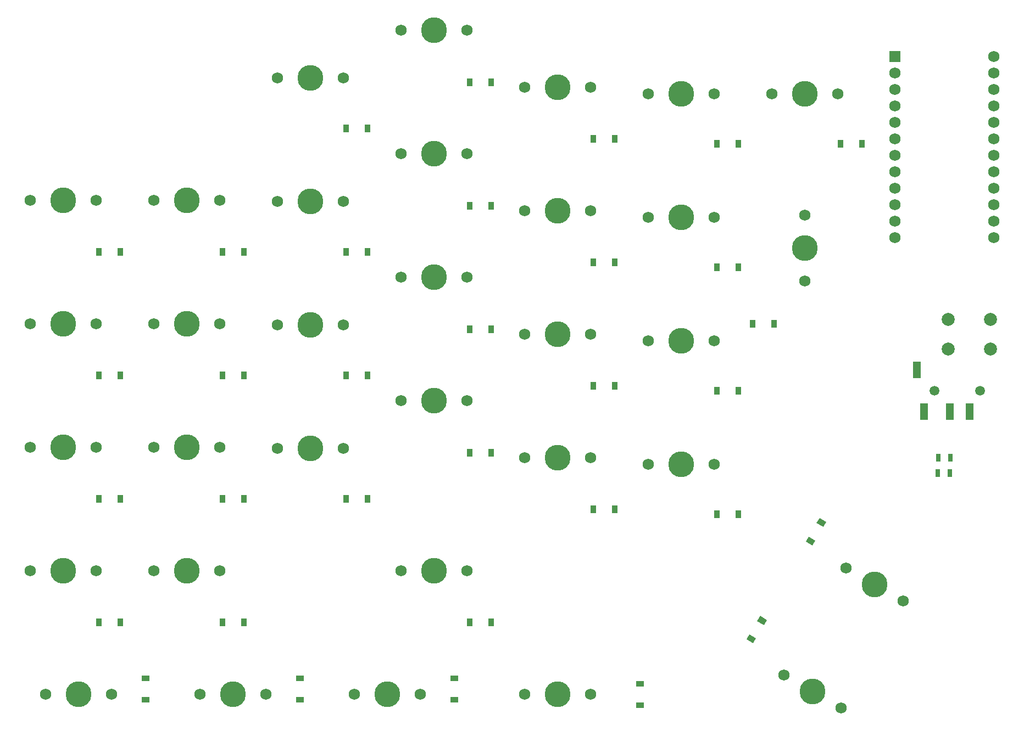
<source format=gts>
G04 #@! TF.GenerationSoftware,KiCad,Pcbnew,5.1.10*
G04 #@! TF.CreationDate,2021-06-15T23:50:52-04:00*
G04 #@! TF.ProjectId,attempt2,61747465-6d70-4743-922e-6b696361645f,rev?*
G04 #@! TF.SameCoordinates,Original*
G04 #@! TF.FileFunction,Soldermask,Top*
G04 #@! TF.FilePolarity,Negative*
%FSLAX46Y46*%
G04 Gerber Fmt 4.6, Leading zero omitted, Abs format (unit mm)*
G04 Created by KiCad (PCBNEW 5.1.10) date 2021-06-15 23:50:52*
%MOMM*%
%LPD*%
G01*
G04 APERTURE LIST*
%ADD10R,0.700000X1.300000*%
%ADD11C,1.500000*%
%ADD12R,1.200000X2.500000*%
%ADD13C,0.100000*%
%ADD14R,1.752600X1.752600*%
%ADD15C,1.752600*%
%ADD16C,2.000000*%
%ADD17C,3.987800*%
%ADD18C,1.750000*%
%ADD19R,1.200000X0.900000*%
%ADD20R,0.900000X1.200000*%
G04 APERTURE END LIST*
D10*
X-14827250Y-82550000D03*
X-16727250Y-82550000D03*
D11*
X-17306250Y-72231250D03*
X-10306250Y-72231250D03*
D12*
X-11906250Y-75481250D03*
X-14906250Y-75481250D03*
X-18906250Y-75481250D03*
X-20006250Y-68981250D03*
D13*
G36*
X-43584385Y-108353769D02*
G01*
X-44623615Y-107753769D01*
X-44173615Y-106974347D01*
X-43134385Y-107574347D01*
X-43584385Y-108353769D01*
G37*
G36*
X-45234385Y-111211653D02*
G01*
X-46273615Y-110611653D01*
X-45823615Y-109832231D01*
X-44784385Y-110432231D01*
X-45234385Y-111211653D01*
G37*
D14*
X-23368000Y-20701000D03*
D15*
X-23368000Y-23241000D03*
X-23368000Y-25781000D03*
X-23368000Y-28321000D03*
X-23368000Y-30861000D03*
X-23368000Y-33401000D03*
X-23368000Y-35941000D03*
X-23368000Y-38481000D03*
X-23368000Y-41021000D03*
X-23368000Y-43561000D03*
X-23368000Y-46101000D03*
X-8128000Y-48641000D03*
X-8128000Y-46101000D03*
X-8128000Y-43561000D03*
X-8128000Y-41021000D03*
X-8128000Y-38481000D03*
X-8128000Y-35941000D03*
X-8128000Y-33401000D03*
X-8128000Y-30861000D03*
X-8128000Y-28321000D03*
X-8128000Y-25781000D03*
X-8128000Y-23241000D03*
X-23368000Y-48641000D03*
X-8128000Y-20701000D03*
D16*
X-8656250Y-65750000D03*
X-15156250Y-65750000D03*
X-15156250Y-61250000D03*
X-8656250Y-61250000D03*
D10*
X-16825000Y-84931250D03*
X-14925000Y-84931250D03*
D17*
X-36068000Y-118618000D03*
D18*
X-40467409Y-116078000D03*
X-31668591Y-121158000D03*
D17*
X-75406250Y-119062500D03*
D18*
X-80486250Y-119062500D03*
X-70326250Y-119062500D03*
D17*
X-94392750Y-100024500D03*
D18*
X-99472750Y-100024500D03*
X-89312750Y-100024500D03*
D17*
X-101600000Y-119062500D03*
D18*
X-106680000Y-119062500D03*
X-96520000Y-119062500D03*
D17*
X-125412500Y-119062500D03*
D18*
X-130492500Y-119062500D03*
X-120332500Y-119062500D03*
D17*
X-149225000Y-119062500D03*
D18*
X-154305000Y-119062500D03*
X-144145000Y-119062500D03*
D17*
X-26543000Y-102108000D03*
D18*
X-30942409Y-99568000D03*
X-22143591Y-104648000D03*
D17*
X-56356250Y-83566000D03*
D18*
X-61436250Y-83566000D03*
X-51276250Y-83566000D03*
D17*
X-75406250Y-82550000D03*
D18*
X-80486250Y-82550000D03*
X-70326250Y-82550000D03*
D17*
X-94456250Y-73787000D03*
D18*
X-99536250Y-73787000D03*
X-89376250Y-73787000D03*
D17*
X-113506250Y-81153000D03*
D18*
X-118586250Y-81153000D03*
X-108426250Y-81153000D03*
D17*
X-132556250Y-100012500D03*
D18*
X-137636250Y-100012500D03*
X-127476250Y-100012500D03*
D17*
X-151606250Y-100012500D03*
D18*
X-156686250Y-100012500D03*
X-146526250Y-100012500D03*
D17*
X-37306250Y-50228500D03*
D18*
X-37306250Y-55308500D03*
X-37306250Y-45148500D03*
D17*
X-56356250Y-64516000D03*
D18*
X-61436250Y-64516000D03*
X-51276250Y-64516000D03*
D17*
X-75406250Y-63500000D03*
D18*
X-80486250Y-63500000D03*
X-70326250Y-63500000D03*
D17*
X-94456250Y-54737000D03*
D18*
X-99536250Y-54737000D03*
X-89376250Y-54737000D03*
D17*
X-113506250Y-62103000D03*
D18*
X-118586250Y-62103000D03*
X-108426250Y-62103000D03*
D17*
X-132556250Y-80962500D03*
D18*
X-137636250Y-80962500D03*
X-127476250Y-80962500D03*
D17*
X-151606250Y-80962500D03*
D18*
X-156686250Y-80962500D03*
X-146526250Y-80962500D03*
D17*
X-56356250Y-45466000D03*
D18*
X-61436250Y-45466000D03*
X-51276250Y-45466000D03*
D17*
X-75406250Y-44450000D03*
D18*
X-80486250Y-44450000D03*
X-70326250Y-44450000D03*
D17*
X-94456250Y-35687000D03*
D18*
X-99536250Y-35687000D03*
X-89376250Y-35687000D03*
D17*
X-113506250Y-43053000D03*
D18*
X-118586250Y-43053000D03*
X-108426250Y-43053000D03*
D17*
X-132556250Y-61912500D03*
D18*
X-137636250Y-61912500D03*
X-127476250Y-61912500D03*
D17*
X-151606250Y-61912500D03*
D18*
X-156686250Y-61912500D03*
X-146526250Y-61912500D03*
D17*
X-37306250Y-26416000D03*
D18*
X-42386250Y-26416000D03*
X-32226250Y-26416000D03*
D17*
X-56356250Y-26416000D03*
D18*
X-61436250Y-26416000D03*
X-51276250Y-26416000D03*
D17*
X-75406250Y-25400000D03*
D18*
X-80486250Y-25400000D03*
X-70326250Y-25400000D03*
D17*
X-94456250Y-16637000D03*
D18*
X-99536250Y-16637000D03*
X-89376250Y-16637000D03*
D17*
X-113506250Y-24003000D03*
D18*
X-118586250Y-24003000D03*
X-108426250Y-24003000D03*
D17*
X-132556250Y-42862500D03*
D18*
X-137636250Y-42862500D03*
X-127476250Y-42862500D03*
D17*
X-151606250Y-42862500D03*
D18*
X-156686250Y-42862500D03*
X-146526250Y-42862500D03*
D19*
X-62706250Y-117412500D03*
X-62706250Y-120712500D03*
D20*
X-88962500Y-107950000D03*
X-85662500Y-107950000D03*
D19*
X-91281250Y-116618750D03*
X-91281250Y-119918750D03*
X-115093750Y-116618750D03*
X-115093750Y-119918750D03*
X-138906250Y-116618750D03*
X-138906250Y-119918750D03*
D13*
G36*
X-34440385Y-93240769D02*
G01*
X-35479615Y-92640769D01*
X-35029615Y-91861347D01*
X-33990385Y-92461347D01*
X-34440385Y-93240769D01*
G37*
G36*
X-36090385Y-96098653D02*
G01*
X-37129615Y-95498653D01*
X-36679615Y-94719231D01*
X-35640385Y-95319231D01*
X-36090385Y-96098653D01*
G37*
D20*
X-50862500Y-91281250D03*
X-47562500Y-91281250D03*
X-69912500Y-90487500D03*
X-66612500Y-90487500D03*
X-88962500Y-81756250D03*
X-85662500Y-81756250D03*
X-108012500Y-88900000D03*
X-104712500Y-88900000D03*
X-127062500Y-107950000D03*
X-123762500Y-107950000D03*
X-146112500Y-107950000D03*
X-142812500Y-107950000D03*
X-45306250Y-61912500D03*
X-42006250Y-61912500D03*
X-50862500Y-72231250D03*
X-47562500Y-72231250D03*
X-69912500Y-71437500D03*
X-66612500Y-71437500D03*
X-88962500Y-62706250D03*
X-85662500Y-62706250D03*
X-108012500Y-69850000D03*
X-104712500Y-69850000D03*
X-127062500Y-88900000D03*
X-123762500Y-88900000D03*
X-146112500Y-88900000D03*
X-142812500Y-88900000D03*
X-50862500Y-53181250D03*
X-47562500Y-53181250D03*
X-69912500Y-52387500D03*
X-66612500Y-52387500D03*
X-88962500Y-43656250D03*
X-85662500Y-43656250D03*
X-108012500Y-50800000D03*
X-104712500Y-50800000D03*
X-127062500Y-69850000D03*
X-123762500Y-69850000D03*
X-146112500Y-69850000D03*
X-142812500Y-69850000D03*
X-31812500Y-34131250D03*
X-28512500Y-34131250D03*
X-50862500Y-34131250D03*
X-47562500Y-34131250D03*
X-69912500Y-33337500D03*
X-66612500Y-33337500D03*
X-88962500Y-24606250D03*
X-85662500Y-24606250D03*
X-108012500Y-31750000D03*
X-104712500Y-31750000D03*
X-127062500Y-50800000D03*
X-123762500Y-50800000D03*
X-146112500Y-50800000D03*
X-142812500Y-50800000D03*
M02*

</source>
